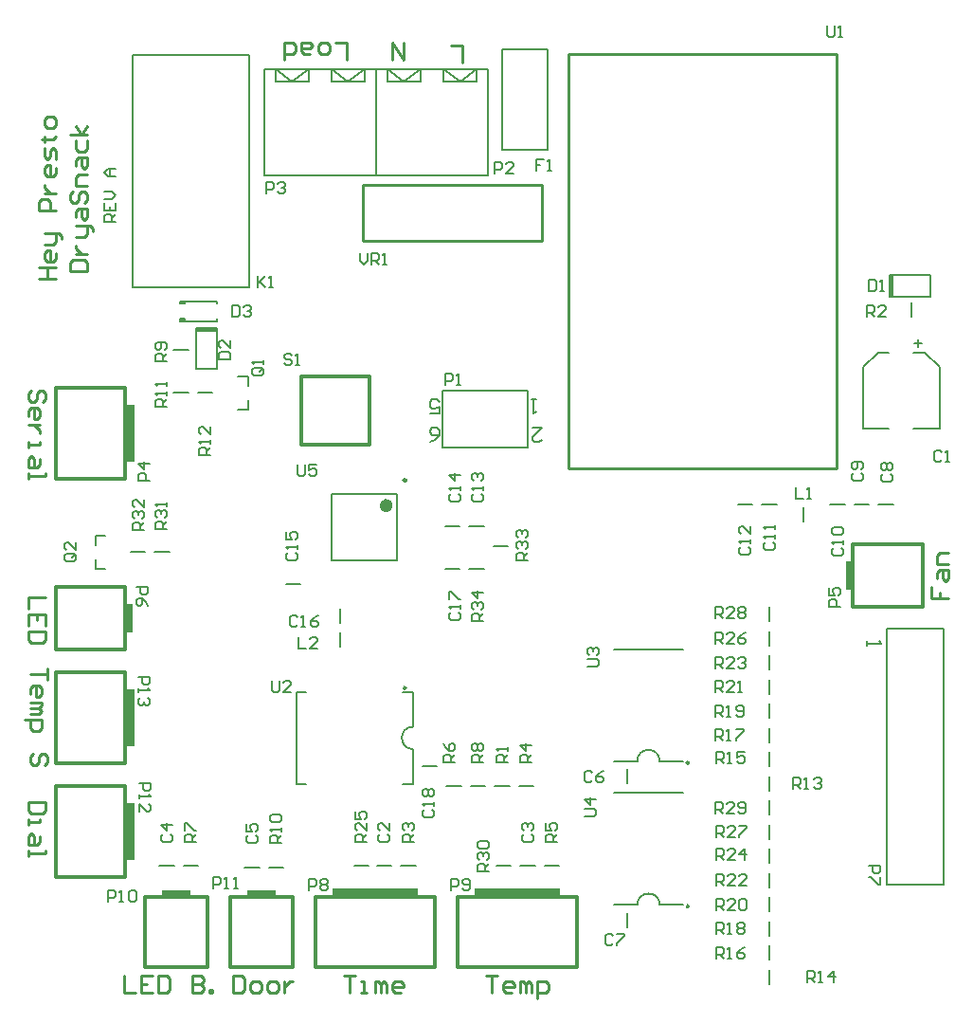
<source format=gto>
G04*
G04 #@! TF.GenerationSoftware,Altium Limited,Altium Designer,20.0.10 (225)*
G04*
G04 Layer_Color=65535*
%FSLAX44Y44*%
%MOMM*%
G71*
G01*
G75*
%ADD10C,0.6000*%
%ADD11C,0.2500*%
%ADD12C,0.1500*%
%ADD13C,0.2540*%
%ADD14C,0.2000*%
%ADD15C,0.3048*%
%ADD16C,0.2032*%
%ADD17C,0.1778*%
%ADD18R,0.6350X5.0800*%
%ADD19R,7.6500X0.6350*%
%ADD20R,2.5400X0.6350*%
%ADD21R,0.3600X1.9000*%
%ADD22R,0.4500X0.2250*%
%ADD23R,0.4000X0.2250*%
%ADD24R,1.9000X0.3600*%
%ADD25R,0.6350X2.5400*%
D10*
X1269640Y850080D02*
G03*
X1269640Y850080I-3000J0D01*
G01*
D11*
X1284640Y872580D02*
G03*
X1284640Y872580I-1250J0D01*
G01*
D12*
X1511200Y493710D02*
G03*
X1491200Y493710I-10000J0D01*
G01*
X1511080Y621980D02*
G03*
X1491080Y621980I-10000J0D01*
G01*
X1290750Y652620D02*
G03*
X1290750Y632620I0J-10000D01*
G01*
X1157710Y1239920D02*
X1257710D01*
X1157710Y1144920D02*
Y1239920D01*
Y1144920D02*
X1257710D01*
Y1239920D01*
X1247710Y1228920D02*
Y1239920D01*
X1217710Y1228920D02*
X1247710D01*
X1217710D02*
Y1239920D01*
X1167710Y1228920D02*
Y1239920D01*
Y1228920D02*
X1197710D01*
Y1239920D01*
X1232710Y1228920D02*
X1247710Y1239920D01*
X1217710Y1239920D02*
X1232710Y1228920D01*
X1182710D02*
X1197710Y1239920D01*
X1167710Y1239920D02*
X1182710Y1228920D01*
X1257710Y1239920D02*
X1357710D01*
X1257710Y1144920D02*
Y1239920D01*
Y1144920D02*
X1357710D01*
Y1239920D01*
X1347710Y1228920D02*
Y1239920D01*
X1317710Y1228920D02*
X1347710D01*
X1317710D02*
Y1239920D01*
X1267710Y1228920D02*
Y1239920D01*
Y1228920D02*
X1297710D01*
Y1239920D01*
X1332710Y1228920D02*
X1347710Y1239920D01*
X1317710Y1239920D02*
X1332710Y1228920D01*
X1282710D02*
X1297710Y1239920D01*
X1267710Y1239920D02*
X1282710Y1228920D01*
X1609090Y703430D02*
Y716430D01*
Y725020D02*
Y738020D01*
X1716590Y1055980D02*
X1753090D01*
X1716590Y1036980D02*
Y1055980D01*
Y1036980D02*
X1753090D01*
Y1055980D01*
X1470200Y493510D02*
X1491200D01*
X1511200D02*
X1532200D01*
X1470200Y593710D02*
X1532200D01*
X1470080Y621780D02*
X1491080D01*
X1511080D02*
X1532080D01*
X1470080Y721980D02*
X1532080D01*
X1609200Y595480D02*
Y608480D01*
X1609090Y422760D02*
Y435760D01*
X1609200Y617070D02*
Y630070D01*
X1609090Y444350D02*
Y457350D01*
Y638660D02*
Y651660D01*
X1609200Y465940D02*
Y478940D01*
X1609090Y660250D02*
Y673250D01*
X1609200Y487530D02*
Y500530D01*
X1609090Y681840D02*
Y694840D01*
X1609200Y509120D02*
Y522120D01*
Y530710D02*
Y543710D01*
Y552300D02*
Y565300D01*
Y573890D02*
Y586890D01*
X1663550Y850790D02*
X1676550D01*
X1685140Y850900D02*
X1698140D01*
X1706730Y851010D02*
X1719730D01*
X1602590D02*
X1615590D01*
X1639680Y835510D02*
Y848510D01*
X1581000Y851010D02*
X1594000D01*
X1340970Y831850D02*
X1353970D01*
X1319380D02*
X1332380D01*
X1319380Y793640D02*
X1332380D01*
X1225550Y723750D02*
Y736750D01*
Y745340D02*
Y758340D01*
X1177140Y779780D02*
X1190140D01*
X1340970Y793750D02*
X1353970D01*
X1362560Y813960D02*
X1375560D01*
X1482090Y473560D02*
Y486560D01*
Y601830D02*
Y614830D01*
X1086810Y1032620D02*
X1115810D01*
X1086810Y1030370D02*
Y1032620D01*
X1115810Y1030370D02*
Y1032620D01*
Y1014620D02*
Y1016870D01*
X1082310Y1030370D02*
Y1032620D01*
X1086810D01*
X1082310Y1030370D02*
X1086810D01*
X1082310Y1016870D02*
X1086810D01*
X1082310Y1014620D02*
Y1016870D01*
X1086810Y1014620D02*
Y1016870D01*
X1082310Y1014620D02*
X1115810D01*
X1115670Y972330D02*
Y1008830D01*
X1096670D02*
X1115670D01*
X1096670Y972330D02*
Y1008830D01*
Y972330D02*
X1115670D01*
X1076810Y989330D02*
X1089810D01*
X1143220Y935620D02*
Y944120D01*
X1134220Y935620D02*
X1143220D01*
Y957120D02*
Y965620D01*
X1134220D02*
X1143220D01*
X1098400Y951230D02*
X1111400D01*
X1076810Y951120D02*
X1089810D01*
X1038300Y808440D02*
X1051300D01*
X1059890D02*
X1072890D01*
X1280010Y528430D02*
X1293010D01*
X1408280Y528320D02*
X1421280D01*
X1085700D02*
X1098700D01*
X1161900Y527050D02*
X1174900D01*
X1342240Y599440D02*
X1355240D01*
X1320650D02*
X1333650D01*
X1385420D02*
X1398420D01*
X1363830D02*
X1376830D01*
X1258420Y528320D02*
X1271420D01*
X1386690D02*
X1399690D01*
X1064110D02*
X1077110D01*
X1140310Y527050D02*
X1153310D01*
X1365100Y528430D02*
X1378100D01*
X1238100Y528320D02*
X1251100D01*
X1040300Y1044750D02*
Y1252750D01*
Y1044750D02*
X1144300D01*
X1040300Y1252750D02*
X1144300D01*
Y1044750D02*
Y1252750D01*
X1006890Y814830D02*
Y823330D01*
X1015890D01*
X1006890Y793330D02*
Y801830D01*
Y793330D02*
X1015890D01*
X1281250Y601620D02*
X1290750D01*
Y632620D01*
Y652620D02*
Y683620D01*
X1281250D02*
X1290750D01*
X1186250Y601620D02*
X1195250D01*
X1186250Y683620D02*
X1195250D01*
X1186250Y601620D02*
Y683620D01*
X1736090Y1018390D02*
Y1031390D01*
X1609090Y746610D02*
Y759610D01*
X1299060Y617220D02*
X1312060D01*
X1742358Y998220D02*
Y991555D01*
X1745691Y994888D02*
X1739026D01*
D13*
X1537200Y492210D02*
G03*
X1537200Y492210I-1000J0D01*
G01*
X1537080Y620480D02*
G03*
X1537080Y620480I-1000J0D01*
G01*
X1284250Y687120D02*
G03*
X1284250Y687120I-1000J0D01*
G01*
X1245880Y1136250D02*
X1405880D01*
Y1086250D02*
Y1136250D01*
X1245880Y1086250D02*
X1405880D01*
X1245880D02*
Y1136250D01*
X1669400Y883070D02*
Y1253070D01*
X1429400Y883070D02*
X1669400D01*
X1429400D02*
Y1253070D01*
X1669400D01*
X984255Y1059180D02*
X999490D01*
Y1066797D01*
X996951Y1069337D01*
X986794D01*
X984255Y1066797D01*
Y1059180D01*
X989333Y1074415D02*
X999490D01*
X994412D01*
X991872Y1076954D01*
X989333Y1079493D01*
Y1082033D01*
Y1089650D02*
X996951D01*
X999490Y1092189D01*
Y1099807D01*
X1002029D01*
X1004568Y1097268D01*
Y1094728D01*
X999490Y1099807D02*
X989333D01*
Y1107424D02*
Y1112503D01*
X991872Y1115042D01*
X999490D01*
Y1107424D01*
X996951Y1104885D01*
X994412Y1107424D01*
Y1115042D01*
X986794Y1130277D02*
X984255Y1127738D01*
Y1122660D01*
X986794Y1120120D01*
X989333D01*
X991872Y1122660D01*
Y1127738D01*
X994412Y1130277D01*
X996951D01*
X999490Y1127738D01*
Y1122660D01*
X996951Y1120120D01*
X999490Y1135355D02*
X989333D01*
Y1142973D01*
X991872Y1145512D01*
X999490D01*
X989333Y1153130D02*
Y1158208D01*
X991872Y1160747D01*
X999490D01*
Y1153130D01*
X996951Y1150590D01*
X994412Y1153130D01*
Y1160747D01*
X989333Y1175982D02*
Y1168365D01*
X991872Y1165826D01*
X996951D01*
X999490Y1168365D01*
Y1175982D01*
Y1181061D02*
X984255D01*
X994412D02*
X989333Y1188678D01*
X994412Y1181061D02*
X999490Y1188678D01*
X956315Y1052830D02*
X971550D01*
X963932D01*
Y1062987D01*
X956315D01*
X971550D01*
Y1075683D02*
Y1070604D01*
X969011Y1068065D01*
X963932D01*
X961393Y1070604D01*
Y1075683D01*
X963932Y1078222D01*
X966472D01*
Y1068065D01*
X961393Y1083300D02*
X969011D01*
X971550Y1085839D01*
Y1093457D01*
X974089D01*
X976628Y1090918D01*
Y1088379D01*
X971550Y1093457D02*
X961393D01*
X971550Y1113770D02*
X956315D01*
Y1121388D01*
X958854Y1123927D01*
X963932D01*
X966472Y1121388D01*
Y1113770D01*
X961393Y1129005D02*
X971550D01*
X966472D01*
X963932Y1131544D01*
X961393Y1134084D01*
Y1136623D01*
X971550Y1151858D02*
Y1146780D01*
X969011Y1144240D01*
X963932D01*
X961393Y1146780D01*
Y1151858D01*
X963932Y1154397D01*
X966472D01*
Y1144240D01*
X971550Y1159475D02*
Y1167093D01*
X969011Y1169632D01*
X966472Y1167093D01*
Y1162015D01*
X963932Y1159475D01*
X961393Y1162015D01*
Y1169632D01*
X958854Y1177250D02*
X961393D01*
Y1174711D01*
Y1179789D01*
Y1177250D01*
X969011D01*
X971550Y1179789D01*
Y1189946D02*
Y1195024D01*
X969011Y1197563D01*
X963932D01*
X961393Y1195024D01*
Y1189946D01*
X963932Y1187406D01*
X969011D01*
X971550Y1189946D01*
X1282700Y1263650D02*
Y1248415D01*
X1272543Y1263650D01*
Y1248415D01*
X1334770Y1245875D02*
Y1261110D01*
X1324613D01*
X1231900Y1248415D02*
Y1263650D01*
X1221743D01*
X1214126D02*
X1209047D01*
X1206508Y1261111D01*
Y1256032D01*
X1209047Y1253493D01*
X1214126D01*
X1216665Y1256032D01*
Y1261111D01*
X1214126Y1263650D01*
X1198891Y1253493D02*
X1193812D01*
X1191273Y1256032D01*
Y1263650D01*
X1198891D01*
X1201430Y1261111D01*
X1198891Y1258572D01*
X1191273D01*
X1176038Y1248415D02*
Y1263650D01*
X1183656D01*
X1186195Y1261111D01*
Y1256032D01*
X1183656Y1253493D01*
X1176038D01*
X963925Y704850D02*
Y694693D01*
Y699772D01*
X948690D01*
Y681997D02*
Y687076D01*
X951229Y689615D01*
X956308D01*
X958847Y687076D01*
Y681997D01*
X956308Y679458D01*
X953768D01*
Y689615D01*
X948690Y674380D02*
X958847D01*
Y671841D01*
X956308Y669302D01*
X948690D01*
X956308D01*
X958847Y666762D01*
X956308Y664223D01*
X948690D01*
X943612Y659145D02*
X958847D01*
Y651527D01*
X956308Y648988D01*
X951229D01*
X948690Y651527D01*
Y659145D01*
X961386Y618518D02*
X963925Y621057D01*
Y626135D01*
X961386Y628675D01*
X958847D01*
X956308Y626135D01*
Y621057D01*
X953768Y618518D01*
X951229D01*
X948690Y621057D01*
Y626135D01*
X951229Y628675D01*
X962655Y585470D02*
X947420D01*
Y577853D01*
X949959Y575313D01*
X960116D01*
X962655Y577853D01*
Y585470D01*
X947420Y570235D02*
Y565157D01*
Y567696D01*
X957577D01*
Y570235D01*
Y555000D02*
Y549921D01*
X955038Y547382D01*
X947420D01*
Y555000D01*
X949959Y557539D01*
X952498Y555000D01*
Y547382D01*
X947420Y542304D02*
Y537226D01*
Y539765D01*
X962655D01*
Y542304D01*
X1753875Y777237D02*
Y767080D01*
X1761492D01*
Y772158D01*
Y767080D01*
X1769110D01*
X1758953Y784854D02*
Y789933D01*
X1761492Y792472D01*
X1769110D01*
Y784854D01*
X1766571Y782315D01*
X1764032Y784854D01*
Y792472D01*
X1769110Y797550D02*
X1758953D01*
Y805168D01*
X1761492Y807707D01*
X1769110D01*
X962655Y768350D02*
X947420D01*
Y758193D01*
X962655Y742958D02*
Y753115D01*
X947420D01*
Y742958D01*
X955038Y753115D02*
Y748037D01*
X962655Y737880D02*
X947420D01*
Y730262D01*
X949959Y727723D01*
X960116D01*
X962655Y730262D01*
Y737880D01*
X1032510Y430525D02*
Y415290D01*
X1042667D01*
X1057902Y430525D02*
X1047745D01*
Y415290D01*
X1057902D01*
X1047745Y422907D02*
X1052823D01*
X1062980Y430525D02*
Y415290D01*
X1070598D01*
X1073137Y417829D01*
Y427986D01*
X1070598Y430525D01*
X1062980D01*
X1093450D02*
Y415290D01*
X1101068D01*
X1103607Y417829D01*
Y420368D01*
X1101068Y422907D01*
X1093450D01*
X1101068D01*
X1103607Y425447D01*
Y427986D01*
X1101068Y430525D01*
X1093450D01*
X1108685Y415290D02*
Y417829D01*
X1111225D01*
Y415290D01*
X1108685D01*
X1130300Y430525D02*
Y415290D01*
X1137917D01*
X1140457Y417829D01*
Y427986D01*
X1137917Y430525D01*
X1130300D01*
X1148074Y415290D02*
X1153153D01*
X1155692Y417829D01*
Y422907D01*
X1153153Y425447D01*
X1148074D01*
X1145535Y422907D01*
Y417829D01*
X1148074Y415290D01*
X1163309D02*
X1168388D01*
X1170927Y417829D01*
Y422907D01*
X1168388Y425447D01*
X1163309D01*
X1160770Y422907D01*
Y417829D01*
X1163309Y415290D01*
X1176005Y425447D02*
Y415290D01*
Y420368D01*
X1178544Y422907D01*
X1181084Y425447D01*
X1183623D01*
X1229360Y430525D02*
X1239517D01*
X1234438D01*
Y415290D01*
X1244595D02*
X1249673D01*
X1247134D01*
Y425447D01*
X1244595D01*
X1257291Y415290D02*
Y425447D01*
X1259830D01*
X1262369Y422907D01*
Y415290D01*
Y422907D01*
X1264909Y425447D01*
X1267448Y422907D01*
Y415290D01*
X1280144D02*
X1275065D01*
X1272526Y417829D01*
Y422907D01*
X1275065Y425447D01*
X1280144D01*
X1282683Y422907D01*
Y420368D01*
X1272526D01*
X1356360Y430525D02*
X1366517D01*
X1361438D01*
Y415290D01*
X1379213D02*
X1374134D01*
X1371595Y417829D01*
Y422907D01*
X1374134Y425447D01*
X1379213D01*
X1381752Y422907D01*
Y420368D01*
X1371595D01*
X1386830Y415290D02*
Y425447D01*
X1389369D01*
X1391909Y422907D01*
Y415290D01*
Y422907D01*
X1394448Y425447D01*
X1396987Y422907D01*
Y415290D01*
X1402065Y410212D02*
Y425447D01*
X1409683D01*
X1412222Y422907D01*
Y417829D01*
X1409683Y415290D01*
X1402065D01*
X960116Y942343D02*
X962655Y944883D01*
Y949961D01*
X960116Y952500D01*
X957577D01*
X955038Y949961D01*
Y944883D01*
X952498Y942343D01*
X949959D01*
X947420Y944883D01*
Y949961D01*
X949959Y952500D01*
X947420Y929647D02*
Y934726D01*
X949959Y937265D01*
X955038D01*
X957577Y934726D01*
Y929647D01*
X955038Y927108D01*
X952498D01*
Y937265D01*
X957577Y922030D02*
X947420D01*
X952498D01*
X955038Y919491D01*
X957577Y916952D01*
Y914412D01*
X947420Y906795D02*
Y901716D01*
Y904256D01*
X957577D01*
Y906795D01*
Y891560D02*
Y886481D01*
X955038Y883942D01*
X947420D01*
Y891560D01*
X949959Y894099D01*
X952498Y891560D01*
Y883942D01*
X947420Y878864D02*
Y873785D01*
Y876325D01*
X962655D01*
Y878864D01*
D14*
X1410650Y1167850D02*
Y1257850D01*
X1370650Y1167850D02*
X1410650D01*
X1370650D02*
Y1257850D01*
X1410650D01*
X1316990Y901700D02*
Y952500D01*
X1393190Y901700D02*
Y952500D01*
X1316990Y901700D02*
X1393190D01*
X1316990Y952500D02*
X1393190D01*
X1316990D02*
X1365673D01*
X1217640Y801080D02*
Y860080D01*
X1276640Y801080D02*
Y860080D01*
X1217640Y801080D02*
X1276640D01*
X1217640Y860080D02*
X1276640D01*
X1738200Y986710D02*
X1748200D01*
X1761200Y973710D01*
X1693200D02*
X1706200Y986710D01*
X1716200D01*
X1761200Y918710D02*
Y973710D01*
X1738200Y918710D02*
X1761200D01*
X1693200D02*
X1716200D01*
X1693200D02*
Y973710D01*
X1714500Y740410D02*
X1765300D01*
Y511810D02*
Y740410D01*
X1714500Y511810D02*
Y740410D01*
Y511810D02*
X1765300D01*
D15*
X971550Y701040D02*
X1033780D01*
Y619760D02*
Y701040D01*
X971550Y619760D02*
X1033780D01*
X971550D02*
Y701040D01*
Y518160D02*
Y599440D01*
Y518160D02*
X1033780D01*
Y599440D01*
X971550D02*
X1033780D01*
X971550Y955040D02*
X1033780D01*
Y873760D02*
Y955040D01*
X971550Y873760D02*
X1033780D01*
X971550D02*
Y955040D01*
X1330960Y438150D02*
Y500380D01*
X1437640D01*
Y438150D02*
Y500380D01*
X1330960Y438150D02*
X1437640D01*
X1203960D02*
Y500380D01*
X1310640D01*
Y438150D02*
Y500380D01*
X1203960Y438150D02*
X1310640D01*
X1127760Y500380D02*
X1183640D01*
Y438150D02*
Y500380D01*
X1127760Y438150D02*
Y500380D01*
Y438150D02*
X1183640D01*
X1051560Y500380D02*
X1107440D01*
Y438150D02*
Y500380D01*
X1051560Y438150D02*
Y500380D01*
Y438150D02*
X1107440D01*
X1684020Y759460D02*
Y815340D01*
X1746250D01*
X1684020Y759460D02*
X1746250D01*
Y815340D01*
X1191260Y904240D02*
Y965200D01*
X1252220Y904240D02*
Y965200D01*
X1191260D02*
X1252220D01*
X1191260Y904240D02*
X1252220D01*
X1033780Y721360D02*
Y777240D01*
X971550Y721360D02*
X1033780D01*
X971550Y777240D02*
X1033780D01*
X971550Y721360D02*
Y777240D01*
D16*
X1305986Y906784D02*
X1310218Y908900D01*
X1314450Y913132D01*
Y917364D01*
X1312334Y919480D01*
X1308102D01*
X1305986Y917364D01*
Y915248D01*
X1308102Y913132D01*
X1314450D01*
X1305986Y932184D02*
X1314450D01*
Y938532D01*
X1310218Y936416D01*
X1308102D01*
X1305986Y938532D01*
Y942764D01*
X1308102Y944880D01*
X1312334D01*
X1314450Y942764D01*
X1397426Y919480D02*
X1405890D01*
X1397426Y911016D01*
Y908900D01*
X1399542Y906784D01*
X1403774D01*
X1405890Y908900D01*
X1400810Y944880D02*
X1396578D01*
X1398694D01*
Y932184D01*
X1400810Y934300D01*
X1696720Y728980D02*
Y724748D01*
Y726864D01*
X1709416D01*
X1707300Y728980D01*
D17*
X1024890Y1103630D02*
X1014733D01*
Y1108708D01*
X1016426Y1110401D01*
X1019812D01*
X1021504Y1108708D01*
Y1103630D01*
Y1107016D02*
X1024890Y1110401D01*
X1014733Y1120558D02*
Y1113787D01*
X1024890D01*
Y1120558D01*
X1019812Y1113787D02*
Y1117172D01*
X1014733Y1123943D02*
X1021504D01*
X1024890Y1127329D01*
X1021504Y1130715D01*
X1014733D01*
X1024890Y1144257D02*
X1018119D01*
X1014733Y1147643D01*
X1018119Y1151028D01*
X1024890D01*
X1019812D01*
Y1144257D01*
X1187450Y886457D02*
Y877993D01*
X1189143Y876300D01*
X1192528D01*
X1194221Y877993D01*
Y886457D01*
X1204378D02*
X1197607D01*
Y881378D01*
X1200992Y883071D01*
X1202685D01*
X1204378Y881378D01*
Y877993D01*
X1202685Y876300D01*
X1199299D01*
X1197607Y877993D01*
X1300906Y578271D02*
X1299213Y576578D01*
Y573193D01*
X1300906Y571500D01*
X1307677D01*
X1309370Y573193D01*
Y576578D01*
X1307677Y578271D01*
X1309370Y581657D02*
Y585042D01*
Y583349D01*
X1299213D01*
X1300906Y581657D01*
Y590121D02*
X1299213Y591813D01*
Y595199D01*
X1300906Y596892D01*
X1302599D01*
X1304292Y595199D01*
X1305984Y596892D01*
X1307677D01*
X1309370Y595199D01*
Y591813D01*
X1307677Y590121D01*
X1305984D01*
X1304292Y591813D01*
X1302599Y590121D01*
X1300906D01*
X1304292Y591813D02*
Y595199D01*
X1661160Y1278887D02*
Y1270423D01*
X1662853Y1268730D01*
X1666238D01*
X1667931Y1270423D01*
Y1278887D01*
X1671317Y1268730D02*
X1674702D01*
X1673009D01*
Y1278887D01*
X1671317Y1277194D01*
X1407581Y1159507D02*
X1400810D01*
Y1154428D01*
X1404196D01*
X1400810D01*
Y1149350D01*
X1410967D02*
X1414352D01*
X1412659D01*
Y1159507D01*
X1410967Y1157814D01*
X1560830Y704850D02*
Y715007D01*
X1565908D01*
X1567601Y713314D01*
Y709928D01*
X1565908Y708236D01*
X1560830D01*
X1564216D02*
X1567601Y704850D01*
X1577758D02*
X1570987D01*
X1577758Y711621D01*
Y713314D01*
X1576065Y715007D01*
X1572679D01*
X1570987Y713314D01*
X1581143D02*
X1582836Y715007D01*
X1586222D01*
X1587915Y713314D01*
Y711621D01*
X1586222Y709928D01*
X1584529D01*
X1586222D01*
X1587915Y708236D01*
Y706543D01*
X1586222Y704850D01*
X1582836D01*
X1581143Y706543D01*
X1560830Y726440D02*
Y736597D01*
X1565908D01*
X1567601Y734904D01*
Y731518D01*
X1565908Y729826D01*
X1560830D01*
X1564216D02*
X1567601Y726440D01*
X1577758D02*
X1570987D01*
X1577758Y733211D01*
Y734904D01*
X1576065Y736597D01*
X1572679D01*
X1570987Y734904D01*
X1587915Y736597D02*
X1584529Y734904D01*
X1581143Y731518D01*
Y728133D01*
X1582836Y726440D01*
X1586222D01*
X1587915Y728133D01*
Y729826D01*
X1586222Y731518D01*
X1581143D01*
X1159510Y1129030D02*
Y1139187D01*
X1164588D01*
X1166281Y1137494D01*
Y1134108D01*
X1164588Y1132416D01*
X1159510D01*
X1169667Y1137494D02*
X1171359Y1139187D01*
X1174745D01*
X1176438Y1137494D01*
Y1135801D01*
X1174745Y1134108D01*
X1173052D01*
X1174745D01*
X1176438Y1132416D01*
Y1130723D01*
X1174745Y1129030D01*
X1171359D01*
X1169667Y1130723D01*
X1363980Y1146810D02*
Y1156967D01*
X1369058D01*
X1370751Y1155274D01*
Y1151888D01*
X1369058Y1150196D01*
X1363980D01*
X1380908Y1146810D02*
X1374137D01*
X1380908Y1153581D01*
Y1155274D01*
X1379215Y1156967D01*
X1375829D01*
X1374137Y1155274D01*
X1446533Y706120D02*
X1454997D01*
X1456690Y707813D01*
Y711198D01*
X1454997Y712891D01*
X1446533D01*
X1448226Y716277D02*
X1446533Y717970D01*
Y721355D01*
X1448226Y723048D01*
X1449919D01*
X1451612Y721355D01*
Y719662D01*
Y721355D01*
X1453304Y723048D01*
X1454997D01*
X1456690Y721355D01*
Y717970D01*
X1454997Y716277D01*
X1443993Y572770D02*
X1452457D01*
X1454150Y574463D01*
Y577848D01*
X1452457Y579541D01*
X1443993D01*
X1454150Y588005D02*
X1443993D01*
X1449072Y582927D01*
Y589698D01*
X1164590Y693417D02*
Y684953D01*
X1166283Y683260D01*
X1169668D01*
X1171361Y684953D01*
Y693417D01*
X1181518Y683260D02*
X1174747D01*
X1181518Y690031D01*
Y691724D01*
X1179825Y693417D01*
X1176440D01*
X1174747Y691724D01*
X1182791Y983824D02*
X1181098Y985517D01*
X1177713D01*
X1176020Y983824D01*
Y982131D01*
X1177713Y980438D01*
X1181098D01*
X1182791Y978746D01*
Y977053D01*
X1181098Y975360D01*
X1177713D01*
X1176020Y977053D01*
X1186177Y975360D02*
X1189562D01*
X1187869D01*
Y985517D01*
X1186177Y983824D01*
X1393190Y801370D02*
X1383033D01*
Y806448D01*
X1384726Y808141D01*
X1388112D01*
X1389804Y806448D01*
Y801370D01*
Y804756D02*
X1393190Y808141D01*
X1384726Y811527D02*
X1383033Y813220D01*
Y816605D01*
X1384726Y818298D01*
X1386419D01*
X1388112Y816605D01*
Y814912D01*
Y816605D01*
X1389804Y818298D01*
X1391497D01*
X1393190Y816605D01*
Y813220D01*
X1391497Y811527D01*
X1384726Y821683D02*
X1383033Y823376D01*
Y826762D01*
X1384726Y828455D01*
X1386419D01*
X1388112Y826762D01*
Y825069D01*
Y826762D01*
X1389804Y828455D01*
X1391497D01*
X1393190Y826762D01*
Y823376D01*
X1391497Y821683D01*
X1353820Y746760D02*
X1343663D01*
Y751838D01*
X1345356Y753531D01*
X1348742D01*
X1350434Y751838D01*
Y746760D01*
Y750146D02*
X1353820Y753531D01*
X1345356Y756917D02*
X1343663Y758609D01*
Y761995D01*
X1345356Y763688D01*
X1347049D01*
X1348742Y761995D01*
Y760302D01*
Y761995D01*
X1350434Y763688D01*
X1352127D01*
X1353820Y761995D01*
Y758609D01*
X1352127Y756917D01*
X1353820Y772152D02*
X1343663D01*
X1348742Y767073D01*
Y773845D01*
X1050290Y828040D02*
X1040133D01*
Y833118D01*
X1041826Y834811D01*
X1045212D01*
X1046904Y833118D01*
Y828040D01*
Y831426D02*
X1050290Y834811D01*
X1041826Y838197D02*
X1040133Y839890D01*
Y843275D01*
X1041826Y844968D01*
X1043519D01*
X1045212Y843275D01*
Y841582D01*
Y843275D01*
X1046904Y844968D01*
X1048597D01*
X1050290Y843275D01*
Y839890D01*
X1048597Y838197D01*
X1050290Y855125D02*
Y848353D01*
X1043519Y855125D01*
X1041826D01*
X1040133Y853432D01*
Y850046D01*
X1041826Y848353D01*
X1109980Y895350D02*
X1099823D01*
Y900428D01*
X1101516Y902121D01*
X1104902D01*
X1106594Y900428D01*
Y895350D01*
Y898736D02*
X1109980Y902121D01*
Y905507D02*
Y908892D01*
Y907199D01*
X1099823D01*
X1101516Y905507D01*
X1109980Y920742D02*
Y913971D01*
X1103209Y920742D01*
X1101516D01*
X1099823Y919049D01*
Y915663D01*
X1101516Y913971D01*
X1070610Y938530D02*
X1060453D01*
Y943608D01*
X1062146Y945301D01*
X1065532D01*
X1067224Y943608D01*
Y938530D01*
Y941916D02*
X1070610Y945301D01*
Y948687D02*
Y952072D01*
Y950379D01*
X1060453D01*
X1062146Y948687D01*
X1070610Y957151D02*
Y960536D01*
Y958843D01*
X1060453D01*
X1062146Y957151D01*
X1070610Y829310D02*
X1060453D01*
Y834388D01*
X1062146Y836081D01*
X1065532D01*
X1067224Y834388D01*
Y829310D01*
Y832696D02*
X1070610Y836081D01*
X1062146Y839467D02*
X1060453Y841160D01*
Y844545D01*
X1062146Y846238D01*
X1063839D01*
X1065532Y844545D01*
Y842852D01*
Y844545D01*
X1067224Y846238D01*
X1068917D01*
X1070610Y844545D01*
Y841160D01*
X1068917Y839467D01*
X1070610Y849623D02*
Y853009D01*
Y851316D01*
X1060453D01*
X1062146Y849623D01*
X1630680Y596900D02*
Y607057D01*
X1635758D01*
X1637451Y605364D01*
Y601978D01*
X1635758Y600286D01*
X1630680D01*
X1634066D02*
X1637451Y596900D01*
X1640837D02*
X1644222D01*
X1642529D01*
Y607057D01*
X1640837Y605364D01*
X1649301D02*
X1650993Y607057D01*
X1654379D01*
X1656072Y605364D01*
Y603671D01*
X1654379Y601978D01*
X1652686D01*
X1654379D01*
X1656072Y600286D01*
Y598593D01*
X1654379Y596900D01*
X1650993D01*
X1649301Y598593D01*
X1562100Y619760D02*
Y629917D01*
X1567178D01*
X1568871Y628224D01*
Y624838D01*
X1567178Y623146D01*
X1562100D01*
X1565486D02*
X1568871Y619760D01*
X1572257D02*
X1575642D01*
X1573949D01*
Y629917D01*
X1572257Y628224D01*
X1587492Y629917D02*
X1580721D01*
Y624838D01*
X1584106Y626531D01*
X1585799D01*
X1587492Y624838D01*
Y621453D01*
X1585799Y619760D01*
X1582413D01*
X1580721Y621453D01*
X1560830Y640080D02*
Y650237D01*
X1565908D01*
X1567601Y648544D01*
Y645158D01*
X1565908Y643466D01*
X1560830D01*
X1564216D02*
X1567601Y640080D01*
X1570987D02*
X1574372D01*
X1572679D01*
Y650237D01*
X1570987Y648544D01*
X1579451Y650237D02*
X1586222D01*
Y648544D01*
X1579451Y641773D01*
Y640080D01*
X1560830Y661670D02*
Y671827D01*
X1565908D01*
X1567601Y670134D01*
Y666748D01*
X1565908Y665056D01*
X1560830D01*
X1564216D02*
X1567601Y661670D01*
X1570987D02*
X1574372D01*
X1572679D01*
Y671827D01*
X1570987Y670134D01*
X1579451Y663363D02*
X1581143Y661670D01*
X1584529D01*
X1586222Y663363D01*
Y670134D01*
X1584529Y671827D01*
X1581143D01*
X1579451Y670134D01*
Y668441D01*
X1581143Y666748D01*
X1586222D01*
X1560830Y683260D02*
Y693417D01*
X1565908D01*
X1567601Y691724D01*
Y688338D01*
X1565908Y686646D01*
X1560830D01*
X1564216D02*
X1567601Y683260D01*
X1577758D02*
X1570987D01*
X1577758Y690031D01*
Y691724D01*
X1576065Y693417D01*
X1572679D01*
X1570987Y691724D01*
X1581143Y683260D02*
X1584529D01*
X1582836D01*
Y693417D01*
X1581143Y691724D01*
X1643380Y424180D02*
Y434337D01*
X1648458D01*
X1650151Y432644D01*
Y429258D01*
X1648458Y427566D01*
X1643380D01*
X1646766D02*
X1650151Y424180D01*
X1653537D02*
X1656922D01*
X1655229D01*
Y434337D01*
X1653537Y432644D01*
X1667079Y424180D02*
Y434337D01*
X1662001Y429258D01*
X1668772D01*
X1562100Y445770D02*
Y455927D01*
X1567178D01*
X1568871Y454234D01*
Y450848D01*
X1567178Y449156D01*
X1562100D01*
X1565486D02*
X1568871Y445770D01*
X1572257D02*
X1575642D01*
X1573949D01*
Y455927D01*
X1572257Y454234D01*
X1587492Y455927D02*
X1584106Y454234D01*
X1580721Y450848D01*
Y447463D01*
X1582413Y445770D01*
X1585799D01*
X1587492Y447463D01*
Y449156D01*
X1585799Y450848D01*
X1580721D01*
X1562100Y467360D02*
Y477517D01*
X1567178D01*
X1568871Y475824D01*
Y472438D01*
X1567178Y470746D01*
X1562100D01*
X1565486D02*
X1568871Y467360D01*
X1572257D02*
X1575642D01*
X1573949D01*
Y477517D01*
X1572257Y475824D01*
X1580721D02*
X1582413Y477517D01*
X1585799D01*
X1587492Y475824D01*
Y474131D01*
X1585799Y472438D01*
X1587492Y470746D01*
Y469053D01*
X1585799Y467360D01*
X1582413D01*
X1580721Y469053D01*
Y470746D01*
X1582413Y472438D01*
X1580721Y474131D01*
Y475824D01*
X1582413Y472438D02*
X1585799D01*
X1562100Y488950D02*
Y499107D01*
X1567178D01*
X1568871Y497414D01*
Y494028D01*
X1567178Y492336D01*
X1562100D01*
X1565486D02*
X1568871Y488950D01*
X1579028D02*
X1572257D01*
X1579028Y495721D01*
Y497414D01*
X1577335Y499107D01*
X1573949D01*
X1572257Y497414D01*
X1582413D02*
X1584106Y499107D01*
X1587492D01*
X1589185Y497414D01*
Y490643D01*
X1587492Y488950D01*
X1584106D01*
X1582413Y490643D01*
Y497414D01*
X1562100Y510540D02*
Y520697D01*
X1567178D01*
X1568871Y519004D01*
Y515618D01*
X1567178Y513926D01*
X1562100D01*
X1565486D02*
X1568871Y510540D01*
X1579028D02*
X1572257D01*
X1579028Y517311D01*
Y519004D01*
X1577335Y520697D01*
X1573949D01*
X1572257Y519004D01*
X1589185Y510540D02*
X1582413D01*
X1589185Y517311D01*
Y519004D01*
X1587492Y520697D01*
X1584106D01*
X1582413Y519004D01*
X1562100Y533400D02*
Y543557D01*
X1567178D01*
X1568871Y541864D01*
Y538478D01*
X1567178Y536786D01*
X1562100D01*
X1565486D02*
X1568871Y533400D01*
X1579028D02*
X1572257D01*
X1579028Y540171D01*
Y541864D01*
X1577335Y543557D01*
X1573949D01*
X1572257Y541864D01*
X1587492Y533400D02*
Y543557D01*
X1582413Y538478D01*
X1589185D01*
X1562100Y553720D02*
Y563877D01*
X1567178D01*
X1568871Y562184D01*
Y558798D01*
X1567178Y557106D01*
X1562100D01*
X1565486D02*
X1568871Y553720D01*
X1579028D02*
X1572257D01*
X1579028Y560491D01*
Y562184D01*
X1577335Y563877D01*
X1573949D01*
X1572257Y562184D01*
X1582413Y563877D02*
X1589185D01*
Y562184D01*
X1582413Y555413D01*
Y553720D01*
X1560830Y575310D02*
Y585467D01*
X1565908D01*
X1567601Y583774D01*
Y580388D01*
X1565908Y578696D01*
X1560830D01*
X1564216D02*
X1567601Y575310D01*
X1577758D02*
X1570987D01*
X1577758Y582081D01*
Y583774D01*
X1576065Y585467D01*
X1572679D01*
X1570987Y583774D01*
X1581143Y577003D02*
X1582836Y575310D01*
X1586222D01*
X1587915Y577003D01*
Y583774D01*
X1586222Y585467D01*
X1582836D01*
X1581143Y583774D01*
Y582081D01*
X1582836Y580388D01*
X1587915D01*
X1070610Y979170D02*
X1060453D01*
Y984248D01*
X1062146Y985941D01*
X1065532D01*
X1067224Y984248D01*
Y979170D01*
Y982556D02*
X1070610Y985941D01*
X1068917Y989327D02*
X1070610Y991020D01*
Y994405D01*
X1068917Y996098D01*
X1062146D01*
X1060453Y994405D01*
Y991020D01*
X1062146Y989327D01*
X1063839D01*
X1065532Y991020D01*
Y996098D01*
X1249680Y549910D02*
X1239523D01*
Y554988D01*
X1241216Y556681D01*
X1244602D01*
X1246294Y554988D01*
Y549910D01*
Y553296D02*
X1249680Y556681D01*
Y566838D02*
Y560067D01*
X1242909Y566838D01*
X1241216D01*
X1239523Y565145D01*
Y561759D01*
X1241216Y560067D01*
X1239523Y576995D02*
Y570223D01*
X1244602D01*
X1242909Y573609D01*
Y575302D01*
X1244602Y576995D01*
X1247987D01*
X1249680Y575302D01*
Y571916D01*
X1247987Y570223D01*
X1358900Y523240D02*
X1348743D01*
Y528318D01*
X1350436Y530011D01*
X1353822D01*
X1355514Y528318D01*
Y523240D01*
Y526626D02*
X1358900Y530011D01*
X1350436Y533397D02*
X1348743Y535089D01*
Y538475D01*
X1350436Y540168D01*
X1352129D01*
X1353822Y538475D01*
Y536782D01*
Y538475D01*
X1355514Y540168D01*
X1357207D01*
X1358900Y538475D01*
Y535089D01*
X1357207Y533397D01*
X1350436Y543553D02*
X1348743Y545246D01*
Y548632D01*
X1350436Y550325D01*
X1357207D01*
X1358900Y548632D01*
Y545246D01*
X1357207Y543553D01*
X1350436D01*
X1375260Y621030D02*
X1365103D01*
Y626108D01*
X1366796Y627801D01*
X1370182D01*
X1371874Y626108D01*
Y621030D01*
Y624416D02*
X1375260Y627801D01*
Y631187D02*
Y634572D01*
Y632879D01*
X1365103D01*
X1366796Y631187D01*
X1291590Y549910D02*
X1281433D01*
Y554988D01*
X1283126Y556681D01*
X1286512D01*
X1288204Y554988D01*
Y549910D01*
Y553296D02*
X1291590Y556681D01*
X1283126Y560067D02*
X1281433Y561759D01*
Y565145D01*
X1283126Y566838D01*
X1284819D01*
X1286512Y565145D01*
Y563452D01*
Y565145D01*
X1288204Y566838D01*
X1289897D01*
X1291590Y565145D01*
Y561759D01*
X1289897Y560067D01*
X1397000Y621030D02*
X1386843D01*
Y626108D01*
X1388536Y627801D01*
X1391922D01*
X1393614Y626108D01*
Y621030D01*
Y624416D02*
X1397000Y627801D01*
Y636265D02*
X1386843D01*
X1391922Y631187D01*
Y637958D01*
X1419860Y549910D02*
X1409703D01*
Y554988D01*
X1411396Y556681D01*
X1414782D01*
X1416474Y554988D01*
Y549910D01*
Y553296D02*
X1419860Y556681D01*
X1409703Y566838D02*
Y560067D01*
X1414782D01*
X1413089Y563452D01*
Y565145D01*
X1414782Y566838D01*
X1418167D01*
X1419860Y565145D01*
Y561759D01*
X1418167Y560067D01*
X1328420Y621030D02*
X1318263D01*
Y626108D01*
X1319956Y627801D01*
X1323342D01*
X1325034Y626108D01*
Y621030D01*
Y624416D02*
X1328420Y627801D01*
X1318263Y637958D02*
X1319956Y634572D01*
X1323342Y631187D01*
X1326727D01*
X1328420Y632879D01*
Y636265D01*
X1326727Y637958D01*
X1325034D01*
X1323342Y636265D01*
Y631187D01*
X1097280Y549910D02*
X1087123D01*
Y554988D01*
X1088816Y556681D01*
X1092202D01*
X1093894Y554988D01*
Y549910D01*
Y553296D02*
X1097280Y556681D01*
X1087123Y560067D02*
Y566838D01*
X1088816D01*
X1095587Y560067D01*
X1097280D01*
X1353820Y621030D02*
X1343663D01*
Y626108D01*
X1345356Y627801D01*
X1348742D01*
X1350434Y626108D01*
Y621030D01*
Y624416D02*
X1353820Y627801D01*
X1345356Y631187D02*
X1343663Y632879D01*
Y636265D01*
X1345356Y637958D01*
X1347049D01*
X1348742Y636265D01*
X1350434Y637958D01*
X1352127D01*
X1353820Y636265D01*
Y632879D01*
X1352127Y631187D01*
X1350434D01*
X1348742Y632879D01*
X1347049Y631187D01*
X1345356D01*
X1348742Y632879D02*
Y636265D01*
X1173480Y548640D02*
X1163323D01*
Y553718D01*
X1165016Y555411D01*
X1168402D01*
X1170094Y553718D01*
Y548640D01*
Y552026D02*
X1173480Y555411D01*
Y558797D02*
Y562182D01*
Y560490D01*
X1163323D01*
X1165016Y558797D01*
Y567261D02*
X1163323Y568953D01*
Y572339D01*
X1165016Y574032D01*
X1171787D01*
X1173480Y572339D01*
Y568953D01*
X1171787Y567261D01*
X1165016D01*
X987637Y806871D02*
X980866D01*
X979173Y805178D01*
Y801793D01*
X980866Y800100D01*
X987637D01*
X989330Y801793D01*
Y805178D01*
X985944Y803486D02*
X989330Y806871D01*
Y805178D02*
X987637Y806871D01*
X989330Y817028D02*
Y810257D01*
X982559Y817028D01*
X980866D01*
X979173Y815335D01*
Y811949D01*
X980866Y810257D01*
X1155277Y973241D02*
X1148506D01*
X1146813Y971548D01*
Y968163D01*
X1148506Y966470D01*
X1155277D01*
X1156970Y968163D01*
Y971548D01*
X1153584Y969856D02*
X1156970Y973241D01*
Y971548D02*
X1155277Y973241D01*
X1156970Y976627D02*
Y980012D01*
Y978319D01*
X1146813D01*
X1148506Y976627D01*
X1672590Y759460D02*
X1662433D01*
Y764538D01*
X1664126Y766231D01*
X1667512D01*
X1669204Y764538D01*
Y759460D01*
X1662433Y776388D02*
Y769617D01*
X1667512D01*
X1665819Y773002D01*
Y774695D01*
X1667512Y776388D01*
X1670897D01*
X1672590Y774695D01*
Y771310D01*
X1670897Y769617D01*
X1043940Y777240D02*
X1054097D01*
Y772162D01*
X1052404Y770469D01*
X1049018D01*
X1047326Y772162D01*
Y777240D01*
X1054097Y760312D02*
X1052404Y763698D01*
X1049018Y767083D01*
X1045633D01*
X1043940Y765390D01*
Y762005D01*
X1045633Y760312D01*
X1047326D01*
X1049018Y762005D01*
Y767083D01*
X1055370Y872490D02*
X1045213D01*
Y877568D01*
X1046906Y879261D01*
X1050292D01*
X1051984Y877568D01*
Y872490D01*
X1055370Y887725D02*
X1045213D01*
X1050292Y882647D01*
Y889418D01*
X1319530Y957580D02*
Y967737D01*
X1324608D01*
X1326301Y966044D01*
Y962658D01*
X1324608Y960966D01*
X1319530D01*
X1329687Y957580D02*
X1333072D01*
X1331380D01*
Y967737D01*
X1329687Y966044D01*
X1324610Y506730D02*
Y516887D01*
X1329688D01*
X1331381Y515194D01*
Y511808D01*
X1329688Y510116D01*
X1324610D01*
X1334767Y508423D02*
X1336460Y506730D01*
X1339845D01*
X1341538Y508423D01*
Y515194D01*
X1339845Y516887D01*
X1336460D01*
X1334767Y515194D01*
Y513501D01*
X1336460Y511808D01*
X1341538D01*
X1197610Y506730D02*
Y516887D01*
X1202688D01*
X1204381Y515194D01*
Y511808D01*
X1202688Y510116D01*
X1197610D01*
X1207767Y515194D02*
X1209460Y516887D01*
X1212845D01*
X1214538Y515194D01*
Y513501D01*
X1212845Y511808D01*
X1214538Y510116D01*
Y508423D01*
X1212845Y506730D01*
X1209460D01*
X1207767Y508423D01*
Y510116D01*
X1209460Y511808D01*
X1207767Y513501D01*
Y515194D01*
X1209460Y511808D02*
X1212845D01*
X1018540Y496570D02*
Y506727D01*
X1023618D01*
X1025311Y505034D01*
Y501648D01*
X1023618Y499956D01*
X1018540D01*
X1028697Y496570D02*
X1032082D01*
X1030389D01*
Y506727D01*
X1028697Y505034D01*
X1037161D02*
X1038853Y506727D01*
X1042239D01*
X1043932Y505034D01*
Y498263D01*
X1042239Y496570D01*
X1038853D01*
X1037161Y498263D01*
Y505034D01*
X1112520Y508000D02*
Y518157D01*
X1117598D01*
X1119291Y516464D01*
Y513078D01*
X1117598Y511386D01*
X1112520D01*
X1122677Y508000D02*
X1126062D01*
X1124370D01*
Y518157D01*
X1122677Y516464D01*
X1131141Y508000D02*
X1134526D01*
X1132833D01*
Y518157D01*
X1131141Y516464D01*
X1633220Y866137D02*
Y855980D01*
X1639991D01*
X1643377D02*
X1646762D01*
X1645069D01*
Y866137D01*
X1643377Y864444D01*
X1188720Y732787D02*
Y722630D01*
X1195491D01*
X1205648D02*
X1198877D01*
X1205648Y729401D01*
Y731094D01*
X1203955Y732787D01*
X1200570D01*
X1198877Y731094D01*
X1129250Y1028697D02*
Y1018540D01*
X1134328D01*
X1136021Y1020233D01*
Y1027004D01*
X1134328Y1028697D01*
X1129250D01*
X1139407Y1027004D02*
X1141099Y1028697D01*
X1144485D01*
X1146178Y1027004D01*
Y1025311D01*
X1144485Y1023618D01*
X1142792D01*
X1144485D01*
X1146178Y1021926D01*
Y1020233D01*
X1144485Y1018540D01*
X1141099D01*
X1139407Y1020233D01*
X1117603Y980440D02*
X1127760D01*
Y985518D01*
X1126067Y987211D01*
X1119296D01*
X1117603Y985518D01*
Y980440D01*
X1127760Y997368D02*
Y990597D01*
X1120989Y997368D01*
X1119296D01*
X1117603Y995675D01*
Y992290D01*
X1119296Y990597D01*
X1697990Y1051557D02*
Y1041400D01*
X1703068D01*
X1704761Y1043093D01*
Y1049864D01*
X1703068Y1051557D01*
X1697990D01*
X1708147Y1041400D02*
X1711532D01*
X1709839D01*
Y1051557D01*
X1708147Y1049864D01*
X1325036Y754801D02*
X1323343Y753108D01*
Y749723D01*
X1325036Y748030D01*
X1331807D01*
X1333500Y749723D01*
Y753108D01*
X1331807Y754801D01*
X1333500Y758187D02*
Y761572D01*
Y759880D01*
X1323343D01*
X1325036Y758187D01*
X1323343Y766651D02*
Y773422D01*
X1325036D01*
X1331807Y766651D01*
X1333500D01*
X1325036Y860211D02*
X1323343Y858518D01*
Y855133D01*
X1325036Y853440D01*
X1331807D01*
X1333500Y855133D01*
Y858518D01*
X1331807Y860211D01*
X1333500Y863597D02*
Y866982D01*
Y865290D01*
X1323343D01*
X1325036Y863597D01*
X1333500Y877139D02*
X1323343D01*
X1328422Y872061D01*
Y878832D01*
X1345356Y860211D02*
X1343663Y858518D01*
Y855133D01*
X1345356Y853440D01*
X1352127D01*
X1353820Y855133D01*
Y858518D01*
X1352127Y860211D01*
X1353820Y863597D02*
Y866982D01*
Y865290D01*
X1343663D01*
X1345356Y863597D01*
Y872061D02*
X1343663Y873753D01*
Y877139D01*
X1345356Y878832D01*
X1347049D01*
X1348742Y877139D01*
Y875446D01*
Y877139D01*
X1350434Y878832D01*
X1352127D01*
X1353820Y877139D01*
Y873753D01*
X1352127Y872061D01*
X1684446Y879261D02*
X1682753Y877568D01*
Y874183D01*
X1684446Y872490D01*
X1691217D01*
X1692910Y874183D01*
Y877568D01*
X1691217Y879261D01*
Y882647D02*
X1692910Y884340D01*
Y887725D01*
X1691217Y889418D01*
X1684446D01*
X1682753Y887725D01*
Y884340D01*
X1684446Y882647D01*
X1686139D01*
X1687832Y884340D01*
Y889418D01*
X1666666Y811951D02*
X1664973Y810258D01*
Y806873D01*
X1666666Y805180D01*
X1673437D01*
X1675130Y806873D01*
Y810258D01*
X1673437Y811951D01*
X1675130Y815337D02*
Y818722D01*
Y817029D01*
X1664973D01*
X1666666Y815337D01*
Y823801D02*
X1664973Y825493D01*
Y828879D01*
X1666666Y830572D01*
X1673437D01*
X1675130Y828879D01*
Y825493D01*
X1673437Y823801D01*
X1666666D01*
X1605706Y817031D02*
X1604013Y815338D01*
Y811953D01*
X1605706Y810260D01*
X1612477D01*
X1614170Y811953D01*
Y815338D01*
X1612477Y817031D01*
X1614170Y820417D02*
Y823802D01*
Y822110D01*
X1604013D01*
X1605706Y820417D01*
X1614170Y828881D02*
Y832266D01*
Y830573D01*
X1604013D01*
X1605706Y828881D01*
X1711116Y877991D02*
X1709423Y876298D01*
Y872913D01*
X1711116Y871220D01*
X1717887D01*
X1719580Y872913D01*
Y876298D01*
X1717887Y877991D01*
X1711116Y881377D02*
X1709423Y883070D01*
Y886455D01*
X1711116Y888148D01*
X1712809D01*
X1714502Y886455D01*
X1716194Y888148D01*
X1717887D01*
X1719580Y886455D01*
Y883070D01*
X1717887Y881377D01*
X1716194D01*
X1714502Y883070D01*
X1712809Y881377D01*
X1711116D01*
X1714502Y883070D02*
Y886455D01*
X1584116Y813221D02*
X1582423Y811528D01*
Y808143D01*
X1584116Y806450D01*
X1590887D01*
X1592580Y808143D01*
Y811528D01*
X1590887Y813221D01*
X1592580Y816607D02*
Y819992D01*
Y818299D01*
X1582423D01*
X1584116Y816607D01*
X1592580Y831842D02*
Y825071D01*
X1585809Y831842D01*
X1584116D01*
X1582423Y830149D01*
Y826763D01*
X1584116Y825071D01*
X1187871Y750144D02*
X1186178Y751837D01*
X1182793D01*
X1181100Y750144D01*
Y743373D01*
X1182793Y741680D01*
X1186178D01*
X1187871Y743373D01*
X1191257Y741680D02*
X1194642D01*
X1192950D01*
Y751837D01*
X1191257Y750144D01*
X1206492Y751837D02*
X1203106Y750144D01*
X1199721Y746758D01*
Y743373D01*
X1201413Y741680D01*
X1204799D01*
X1206492Y743373D01*
Y745066D01*
X1204799Y746758D01*
X1199721D01*
X1450761Y611714D02*
X1449068Y613407D01*
X1445683D01*
X1443990Y611714D01*
Y604943D01*
X1445683Y603250D01*
X1449068D01*
X1450761Y604943D01*
X1460918Y613407D02*
X1457532Y611714D01*
X1454147Y608328D01*
Y604943D01*
X1455840Y603250D01*
X1459225D01*
X1460918Y604943D01*
Y606636D01*
X1459225Y608328D01*
X1454147D01*
X1469811Y465664D02*
X1468118Y467357D01*
X1464733D01*
X1463040Y465664D01*
Y458893D01*
X1464733Y457200D01*
X1468118D01*
X1469811Y458893D01*
X1473197Y467357D02*
X1479968D01*
Y465664D01*
X1473197Y458893D01*
Y457200D01*
X1178986Y808141D02*
X1177293Y806448D01*
Y803063D01*
X1178986Y801370D01*
X1185757D01*
X1187450Y803063D01*
Y806448D01*
X1185757Y808141D01*
X1187450Y811527D02*
Y814912D01*
Y813220D01*
X1177293D01*
X1178986Y811527D01*
X1177293Y826762D02*
Y819991D01*
X1182372D01*
X1180679Y823376D01*
Y825069D01*
X1182372Y826762D01*
X1185757D01*
X1187450Y825069D01*
Y821683D01*
X1185757Y819991D01*
X1763181Y897464D02*
X1761488Y899157D01*
X1758103D01*
X1756410Y897464D01*
Y890693D01*
X1758103Y889000D01*
X1761488D01*
X1763181Y890693D01*
X1766567Y889000D02*
X1769952D01*
X1768259D01*
Y899157D01*
X1766567Y897464D01*
X1261536Y556681D02*
X1259843Y554988D01*
Y551603D01*
X1261536Y549910D01*
X1268307D01*
X1270000Y551603D01*
Y554988D01*
X1268307Y556681D01*
X1270000Y566838D02*
Y560067D01*
X1263229Y566838D01*
X1261536D01*
X1259843Y565145D01*
Y561759D01*
X1261536Y560067D01*
X1389806Y556681D02*
X1388113Y554988D01*
Y551603D01*
X1389806Y549910D01*
X1396577D01*
X1398270Y551603D01*
Y554988D01*
X1396577Y556681D01*
X1389806Y560067D02*
X1388113Y561759D01*
Y565145D01*
X1389806Y566838D01*
X1391499D01*
X1393192Y565145D01*
Y563452D01*
Y565145D01*
X1394884Y566838D01*
X1396577D01*
X1398270Y565145D01*
Y561759D01*
X1396577Y560067D01*
X1067226Y556681D02*
X1065533Y554988D01*
Y551603D01*
X1067226Y549910D01*
X1073997D01*
X1075690Y551603D01*
Y554988D01*
X1073997Y556681D01*
X1075690Y565145D02*
X1065533D01*
X1070612Y560067D01*
Y566838D01*
X1143426Y555411D02*
X1141733Y553718D01*
Y550333D01*
X1143426Y548640D01*
X1150197D01*
X1151890Y550333D01*
Y553718D01*
X1150197Y555411D01*
X1141733Y565568D02*
Y558797D01*
X1146812D01*
X1145119Y562182D01*
Y563875D01*
X1146812Y565568D01*
X1150197D01*
X1151890Y563875D01*
Y560490D01*
X1150197Y558797D01*
X1243330Y1075687D02*
Y1068916D01*
X1246716Y1065530D01*
X1250101Y1068916D01*
Y1075687D01*
X1253487Y1065530D02*
Y1075687D01*
X1258565D01*
X1260258Y1073994D01*
Y1070608D01*
X1258565Y1068916D01*
X1253487D01*
X1256872D02*
X1260258Y1065530D01*
X1263643D02*
X1267029D01*
X1265336D01*
Y1075687D01*
X1263643Y1073994D01*
X1046480Y601980D02*
X1056637D01*
Y596902D01*
X1054944Y595209D01*
X1051558D01*
X1049866Y596902D01*
Y601980D01*
X1046480Y591823D02*
Y588438D01*
Y590131D01*
X1056637D01*
X1054944Y591823D01*
X1046480Y576588D02*
Y583359D01*
X1053251Y576588D01*
X1054944D01*
X1056637Y578281D01*
Y581667D01*
X1054944Y583359D01*
X1045210Y697230D02*
X1055367D01*
Y692152D01*
X1053674Y690459D01*
X1050288D01*
X1048596Y692152D01*
Y697230D01*
X1045210Y687073D02*
Y683688D01*
Y685380D01*
X1055367D01*
X1053674Y687073D01*
Y678609D02*
X1055367Y676917D01*
Y673531D01*
X1053674Y671838D01*
X1051981D01*
X1050288Y673531D01*
Y675224D01*
Y673531D01*
X1048596Y671838D01*
X1046903D01*
X1045210Y673531D01*
Y676917D01*
X1046903Y678609D01*
X1151890Y1055367D02*
Y1045210D01*
Y1048596D01*
X1158661Y1055367D01*
X1153583Y1050288D01*
X1158661Y1045210D01*
X1162047D02*
X1165432D01*
X1163739D01*
Y1055367D01*
X1162047Y1053674D01*
X1697990Y528320D02*
X1708147D01*
Y523242D01*
X1706454Y521549D01*
X1703068D01*
X1701376Y523242D01*
Y528320D01*
X1708147Y518163D02*
Y511392D01*
X1706454D01*
X1699683Y518163D01*
X1697990D01*
X1696720Y1018540D02*
Y1028697D01*
X1701798D01*
X1703491Y1027004D01*
Y1023618D01*
X1701798Y1021926D01*
X1696720D01*
X1700106D02*
X1703491Y1018540D01*
X1713648D02*
X1706877D01*
X1713648Y1025311D01*
Y1027004D01*
X1711955Y1028697D01*
X1708569D01*
X1706877Y1027004D01*
X1560830Y749300D02*
Y759457D01*
X1565908D01*
X1567601Y757764D01*
Y754378D01*
X1565908Y752686D01*
X1560830D01*
X1564216D02*
X1567601Y749300D01*
X1577758D02*
X1570987D01*
X1577758Y756071D01*
Y757764D01*
X1576065Y759457D01*
X1572679D01*
X1570987Y757764D01*
X1581143D02*
X1582836Y759457D01*
X1586222D01*
X1587915Y757764D01*
Y756071D01*
X1586222Y754378D01*
X1587915Y752686D01*
Y750993D01*
X1586222Y749300D01*
X1582836D01*
X1581143Y750993D01*
Y752686D01*
X1582836Y754378D01*
X1581143Y756071D01*
Y757764D01*
X1582836Y754378D02*
X1586222D01*
D18*
X1038125Y660400D02*
D03*
Y558800D02*
D03*
Y914400D02*
D03*
D19*
X1384050Y504725D02*
D03*
X1257050D02*
D03*
D20*
X1155700Y503555D02*
D03*
X1079500D02*
D03*
D21*
X1718390Y1046482D02*
D03*
D22*
X1084560Y1031495D02*
D03*
D23*
X1084307Y1015746D02*
D03*
D24*
X1106171Y1007030D02*
D03*
D25*
X1680845Y787400D02*
D03*
X1036955Y749300D02*
D03*
M02*

</source>
